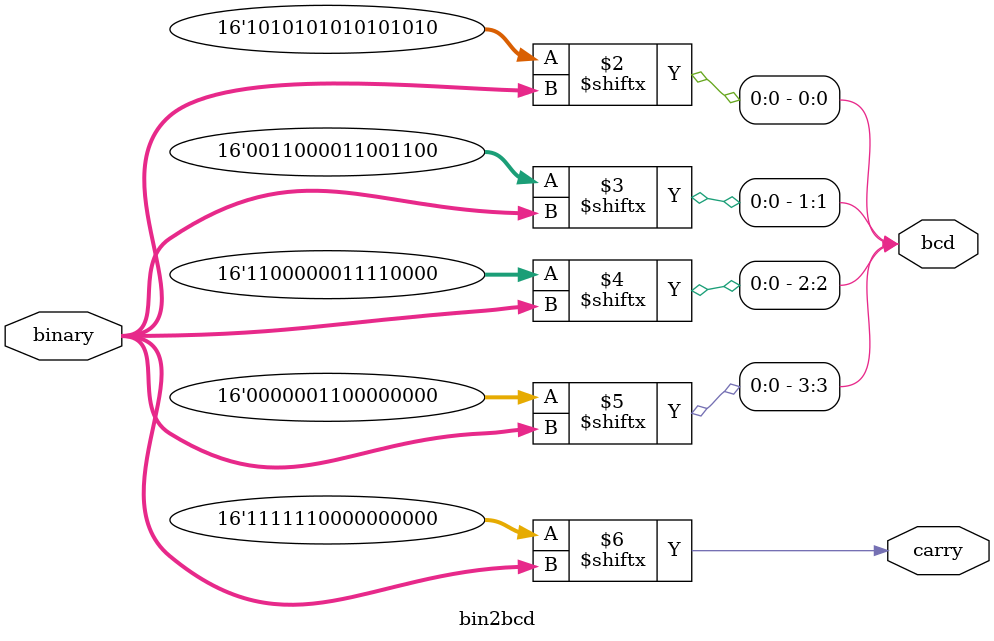
<source format=sv>
module bin2bcd (
  input logic [3:0] binary,
  output logic [3:0] bcd,
  output logic carry
);
  // Need to seperate the tens digit and ones digit.
  // Tens digit = carry
  // The schematic shows that the muxes have constans input values.
  // These values are not provided as arugments ot the module, so define
  // them as localparameters.

  // Checking if there is a carry is easy, just index into a value where
  // bit 15-10 are set to one.

  // To find the ones place each bit has to be checked. Take 13 (1101) as an example.
  // The carry is 1 and bcd is 3 (0011). To create the 3, we can see the resulting 4 bits as 4 multiplexers.
  // 1 multiplxer for each bit. To create a 3 for bcd 13 needs to yeild 1 at the correct postions.
  // Basically the 4 muliplxers are lookup tables for each bit.
  //Looking at the table (from the pdf) we can see the combinations to create each number.

  localparam logic [15:0] overflow = 16'b1111_1100_0000_0000;
  localparam logic [15:0] bcd1 = 16'b1010_1010_1010_1010;
  localparam logic [15:0] bcd2 = 16'b0011_0000_1100_1100;
  localparam logic [15:0] bcd3 = 16'b1100_0000_1111_0000;
  localparam logic [15:0] bcd4 = 16'b0000_0011_0000_0000;

  always_comb begin
    bcd = 0;
    bcd[0] = bcd1[binary];
    bcd[1] = bcd2[binary];
    bcd[2] = bcd3[binary];
    bcd[3] = bcd4[binary];
    carry = overflow[binary];
  end

endmodule

</source>
